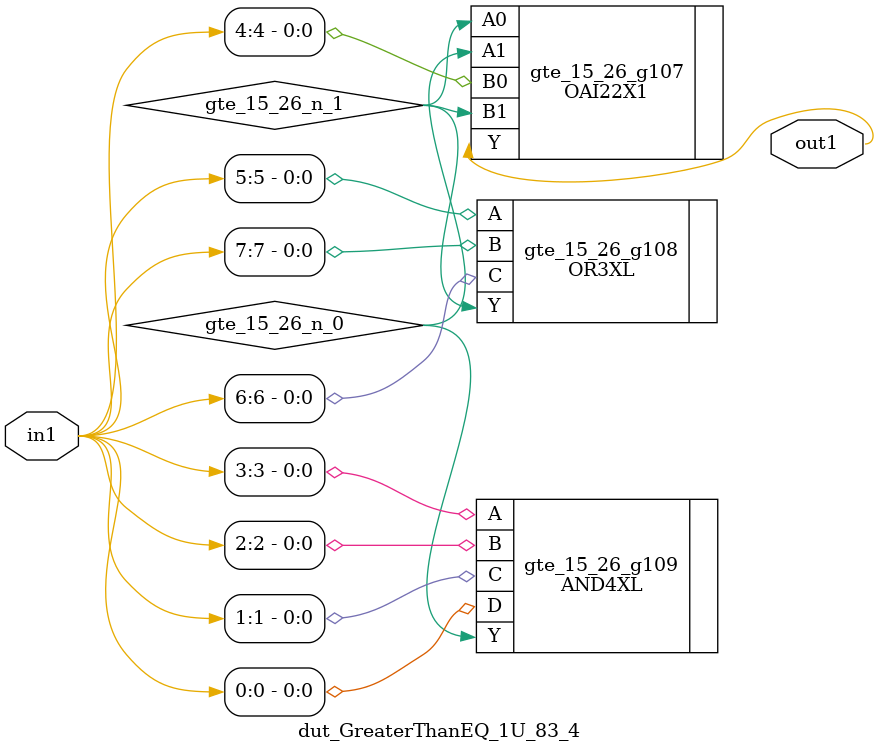
<source format=v>
`timescale 1ps / 1ps


module dut_GreaterThanEQ_1U_83_4(in1, out1);
  input [7:0] in1;
  output out1;
  wire [7:0] in1;
  wire out1;
  wire gte_15_26_n_0, gte_15_26_n_1;
  OAI22X1 gte_15_26_g107(.A0 (gte_15_26_n_1), .A1 (gte_15_26_n_0), .B0
       (in1[4]), .B1 (gte_15_26_n_1), .Y (out1));
  OR3XL gte_15_26_g108(.A (in1[5]), .B (in1[7]), .C (in1[6]), .Y
       (gte_15_26_n_1));
  AND4XL gte_15_26_g109(.A (in1[3]), .B (in1[2]), .C (in1[1]), .D
       (in1[0]), .Y (gte_15_26_n_0));
endmodule



</source>
